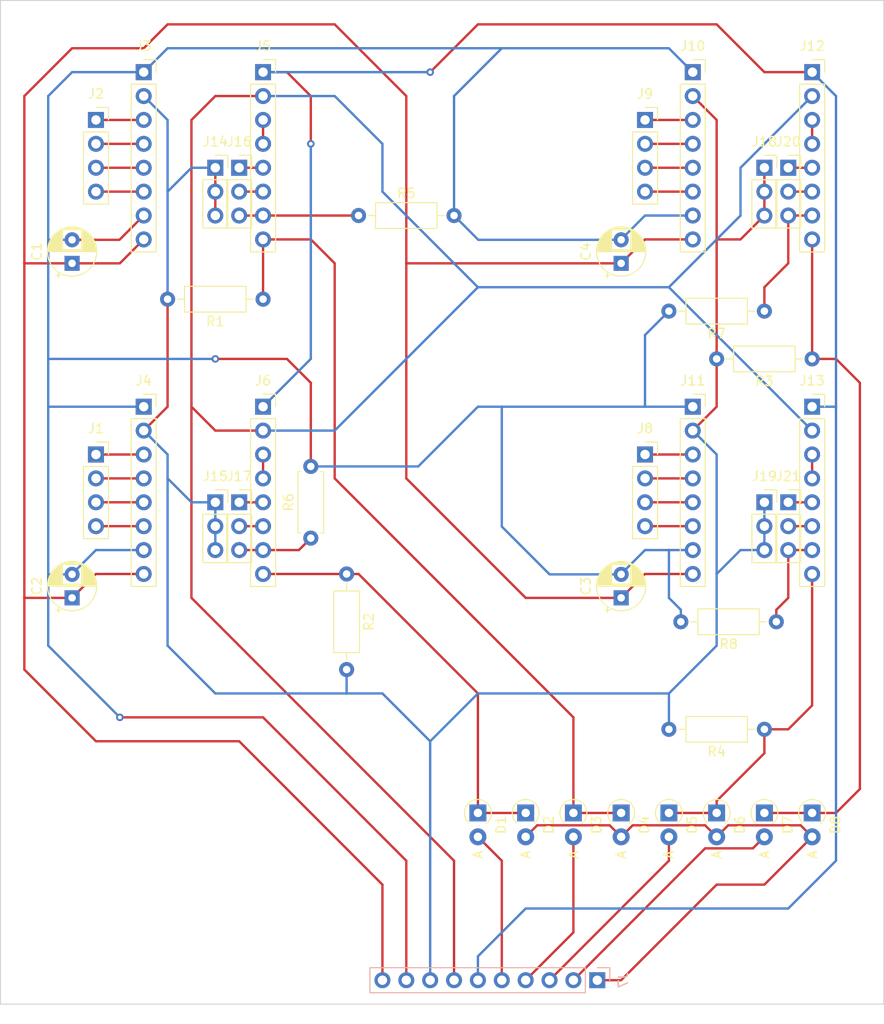
<source format=kicad_pcb>
(kicad_pcb (version 20211014) (generator pcbnew)
  (layers (0 "F.Cu" signal) (31 "B.Cu" signal) (34 "B.Paste" user) (35 "F.Paste" user) (36 "B.SilkS" user "B.Silkscreen") (37 "F.SilkS" user "F.Silkscreen") (38 "B.Mask" user) (39 "F.Mask" user) (44 "Edge.Cuts" user))
  (net 0 "")
  (net 1 "12V")
  (net 2 "GND")
  (net 3 "Net-(D1-Pad1)")
  (net 4 "Enable1")
  (net 5 "EnableAll")
  (net 6 "Net-(J5-Pad8)")
  (net 7 "Enable2")
  (net 8 "Net-(D5-Pad1)")
  (net 9 "Enable3")
  (net 10 "Net-(D7-Pad1)")
  (net 11 "Enable4")
  (net 12 "Net-(J1-Pad1)")
  (net 13 "Net-(J4-Pad4)")
  (net 14 "Net-(J1-Pad3)")
  (net 15 "Net-(J1-Pad4)")
  (net 16 "Net-(J2-Pad1)")
  (net 17 "Net-(J2-Pad2)")
  (net 18 "Net-(J2-Pad3)")
  (net 19 "Net-(J2-Pad4)")
  (net 20 "3.3V")
  (net 21 "Dir")
  (net 22 "Step")
  (net 23 "Net-(J5-Pad3)")
  (net 24 "Net-(J5-Pad5)")
  (net 25 "Net-(J16-Pad2)")
  (net 26 "Net-(J16-Pad3)")
  (net 27 "Net-(J6-Pad3)")
  (net 28 "Net-(J17-Pad1)")
  (net 29 "Net-(J17-Pad2)")
  (net 30 "Net-(J17-Pad3)")
  (net 31 "Net-(J11-Pad3)")
  (net 32 "Net-(J11-Pad4)")
  (net 33 "Net-(J11-Pad5)")
  (net 34 "Net-(J11-Pad6)")
  (net 35 "Net-(J10-Pad3)")
  (net 36 "Net-(J10-Pad4)")
  (net 37 "Net-(J10-Pad5)")
  (net 38 "Net-(J10-Pad6)")
  (net 39 "Net-(J12-Pad3)")
  (net 40 "Net-(J12-Pad5)")
  (net 41 "Net-(J12-Pad6)")
  (net 42 "Net-(J12-Pad7)")
  (net 43 "Net-(J13-Pad3)")
  (net 44 "Net-(J13-Pad5)")
  (net 45 "Net-(J13-Pad6)")
  (net 46 "Net-(J13-Pad7)")
  (footprint "Connector_PinSocket_2.54mm:PinSocket_1x08_P2.54mm_Vertical" (layer "F.Cu") (at 157.48 101.6)
    (fp_text reference "J13" (at 0 -2.77) (layer "F.SilkS"))
    (fp_text value "Conn_01x08")
    (pad "1" thru_hole rect (at 0 0) (size 1.7 1.7) (drill 1) (layers *.Cu *.Mask) (net 21 "Dir"))
    (pad "2" thru_hole oval (at 0 2.54) (size 1.7 1.7) (drill 1) (layers *.Cu *.Mask) (net 22 "Step"))
    (pad "3" thru_hole oval (at 0 5.08) (size 1.7 1.7) (drill 1) (layers *.Cu *.Mask) (net 43 "Net-(J13-Pad3)"))
    (pad "4" thru_hole oval (at 0 7.62) (size 1.7 1.7) (drill 1) (layers *.Cu *.Mask) (net 43 "Net-(J13-Pad3)"))
    (pad "5" thru_hole oval (at 0 10.16) (size 1.7 1.7) (drill 1) (layers *.Cu *.Mask) (net 44 "Net-(J13-Pad5)"))
    (pad "6" thru_hole oval (at 0 12.7) (size 1.7 1.7) (drill 1) (layers *.Cu *.Mask) (net 45 "Net-(J13-Pad6)"))
    (pad "7" thru_hole oval (at 0 15.24) (size 1.7 1.7) (drill 1) (layers *.Cu *.Mask) (net 46 "Net-(J13-Pad7)"))
    (pad "8" thru_hole oval (at 0 17.78) (size 1.7 1.7) (drill 1) (layers *.Cu *.Mask) (net 8 "Net-(D5-Pad1)"))
  )
  (footprint "Resistor_THT:R_Axial_DIN0207_L6.3mm_D2.5mm_P10.16mm_Horizontal" (layer "F.Cu") (at 152.4 91.44 180)
    (fp_text reference "R7" (at 5.08 -2.37) (layer "F.SilkS"))
    (fp_text value "R_Small_US")
    (pad "1" thru_hole circle (at 0 0 180) (size 1.6 1.6) (drill 0.8) (layers *.Cu *.Mask) (net 42 "Net-(J12-Pad7)"))
    (pad "2" thru_hole oval (at 10.16 0 180) (size 1.6 1.6) (drill 0.8) (layers *.Cu *.Mask) (net 2 "GND"))
  )
  (footprint "Capacitor_THT:CP_Radial_D5.0mm_P2.50mm" (layer "F.Cu") (at 137.16 86.36 90)
    (fp_text reference "C4" (at 1.25 -3.75 90) (layer "F.SilkS"))
    (fp_text value "CP_Small")
    (pad "1" thru_hole rect (at 0 0 90) (size 1.6 1.6) (drill 0.8) (layers *.Cu *.Mask) (net 1 "12V"))
    (pad "2" thru_hole circle (at 2.5 0 90) (size 1.6 1.6) (drill 0.8) (layers *.Cu *.Mask) (net 2 "GND"))
  )
  (footprint "Diode_THT:D_A-405_P2.54mm_Vertical_AnodeUp" (layer "F.Cu") (at 121.92 144.78 -90)
    (fp_text reference "D1" (at 1.27 -2.47 90) (layer "F.SilkS"))
    (fp_text value "D" hide)
    (fp_text user "A" (at 4.44 0 90) (layer "F.SilkS"))
    (pad "1" thru_hole rect (at 0 0 270) (size 1.8 1.8) (drill 0.9) (layers *.Cu *.Mask) (net 3 "Net-(D1-Pad1)"))
    (pad "2" thru_hole oval (at 2.54 0 270) (size 1.8 1.8) (drill 0.9) (layers *.Cu *.Mask) (net 4 "Enable1"))
  )
  (footprint "Resistor_THT:R_Axial_DIN0207_L6.3mm_D2.5mm_P10.16mm_Horizontal" (layer "F.Cu") (at 153.67 124.46 180)
    (fp_text reference "R8" (at 5.08 -2.37) (layer "F.SilkS"))
    (fp_text value "R_Small_US")
    (pad "1" thru_hole circle (at 0 0 180) (size 1.6 1.6) (drill 0.8) (layers *.Cu *.Mask) (net 46 "Net-(J13-Pad7)"))
    (pad "2" thru_hole oval (at 10.16 0 180) (size 1.6 1.6) (drill 0.8) (layers *.Cu *.Mask) (net 2 "GND"))
  )
  (footprint "Connector_PinSocket_2.54mm:PinSocket_1x03_P2.54mm_Vertical" (layer "F.Cu") (at 154.94 111.76)
    (fp_text reference "J21" (at 0 -2.77) (layer "F.SilkS"))
    (fp_text value "Conn_01x03")
    (pad "1" thru_hole rect (at 0 0) (size 1.7 1.7) (drill 1) (layers *.Cu *.Mask) (net 44 "Net-(J13-Pad5)"))
    (pad "2" thru_hole oval (at 0 2.54) (size 1.7 1.7) (drill 1) (layers *.Cu *.Mask) (net 45 "Net-(J13-Pad6)"))
    (pad "3" thru_hole oval (at 0 5.08) (size 1.7 1.7) (drill 1) (layers *.Cu *.Mask) (net 46 "Net-(J13-Pad7)"))
  )
  (footprint "Capacitor_THT:CP_Radial_D5.0mm_P2.50mm" (layer "F.Cu") (at 78.74 86.36 90)
    (fp_text reference "C1" (at 1.25 -3.75 90) (layer "F.SilkS"))
    (fp_text value "CP_Small")
    (pad "1" thru_hole rect (at 0 0 90) (size 1.6 1.6) (drill 0.8) (layers *.Cu *.Mask) (net 1 "12V"))
    (pad "2" thru_hole circle (at 2.5 0 90) (size 1.6 1.6) (drill 0.8) (layers *.Cu *.Mask) (net 2 "GND"))
  )
  (footprint "Connector_PinSocket_2.54mm:PinSocket_1x03_P2.54mm_Vertical" (layer "F.Cu") (at 152.4 76.2)
    (fp_text reference "J18" (at 0 -2.77) (layer "F.SilkS"))
    (fp_text value "Conn_01x03")
    (pad "1" thru_hole rect (at 0 0) (size 1.7 1.7) (drill 1) (layers *.Cu *.Mask) (net 20 "3.3V"))
    (pad "2" thru_hole oval (at 0 2.54) (size 1.7 1.7) (drill 1) (layers *.Cu *.Mask) (net 20 "3.3V"))
    (pad "3" thru_hole oval (at 0 5.08) (size 1.7 1.7) (drill 1) (layers *.Cu *.Mask) (net 20 "3.3V"))
  )
  (footprint "Connector_PinSocket_2.54mm:PinSocket_1x08_P2.54mm_Vertical" (layer "F.Cu") (at 144.78 101.6)
    (fp_text reference "J11" (at 0 -2.77) (layer "F.SilkS"))
    (fp_text value "Conn_01x08")
    (pad "1" thru_hole rect (at 0 0) (size 1.7 1.7) (drill 1) (layers *.Cu *.Mask) (net 2 "GND"))
    (pad "2" thru_hole oval (at 0 2.54) (size 1.7 1.7) (drill 1) (layers *.Cu *.Mask) (net 20 "3.3V"))
    (pad "3" thru_hole oval (at 0 5.08) (size 1.7 1.7) (drill 1) (layers *.Cu *.Mask) (net 31 "Net-(J11-Pad3)"))
    (pad "4" thru_hole oval (at 0 7.62) (size 1.7 1.7) (drill 1) (layers *.Cu *.Mask) (net 32 "Net-(J11-Pad4)"))
    (pad "5" thru_hole oval (at 0 10.16) (size 1.7 1.7) (drill 1) (layers *.Cu *.Mask) (net 33 "Net-(J11-Pad5)"))
    (pad "6" thru_hole oval (at 0 12.7) (size 1.7 1.7) (drill 1) (layers *.Cu *.Mask) (net 34 "Net-(J11-Pad6)"))
    (pad "7" thru_hole oval (at 0 15.24) (size 1.7 1.7) (drill 1) (layers *.Cu *.Mask) (net 2 "GND"))
    (pad "8" thru_hole oval (at 0 17.78) (size 1.7 1.7) (drill 1) (layers *.Cu *.Mask) (net 1 "12V"))
  )
  (footprint "Diode_THT:D_A-405_P2.54mm_Vertical_AnodeUp" (layer "F.Cu") (at 142.24 144.78 -90)
    (fp_text reference "D5" (at 1.27 -2.47 90) (layer "F.SilkS"))
    (fp_text value "D" hide)
    (fp_text user "A" (at 4.44 0 90) (layer "F.SilkS"))
    (pad "1" thru_hole rect (at 0 0 270) (size 1.8 1.8) (drill 0.9) (layers *.Cu *.Mask) (net 8 "Net-(D5-Pad1)"))
    (pad "2" thru_hole oval (at 2.54 0 270) (size 1.8 1.8) (drill 0.9) (layers *.Cu *.Mask) (net 9 "Enable3"))
  )
  (footprint "Diode_THT:D_A-405_P2.54mm_Vertical_AnodeUp" (layer "F.Cu") (at 152.4 144.78 -90)
    (fp_text reference "D7" (at 1.27 -2.47 90) (layer "F.SilkS"))
    (fp_text value "D" hide)
    (fp_text user "A" (at 4.44 0 90) (layer "F.SilkS"))
    (pad "1" thru_hole rect (at 0 0 270) (size 1.8 1.8) (drill 0.9) (layers *.Cu *.Mask) (net 10 "Net-(D7-Pad1)"))
    (pad "2" thru_hole oval (at 2.54 0 270) (size 1.8 1.8) (drill 0.9) (layers *.Cu *.Mask) (net 11 "Enable4"))
  )
  (footprint "Diode_THT:D_A-405_P2.54mm_Vertical_AnodeUp" (layer "F.Cu") (at 127 144.78 -90)
    (fp_text reference "D2" (at 1.27 -2.47 90) (layer "F.SilkS"))
    (fp_text value "D" hide)
    (fp_text user "A" (at 4.44 0 90) (layer "F.SilkS"))
    (pad "1" thru_hole rect (at 0 0 270) (size 1.8 1.8) (drill 0.9) (layers *.Cu *.Mask) (net 3 "Net-(D1-Pad1)"))
    (pad "2" thru_hole oval (at 2.54 0 270) (size 1.8 1.8) (drill 0.9) (layers *.Cu *.Mask) (net 5 "EnableAll"))
  )
  (footprint "Connector_PinSocket_2.54mm:PinSocket_1x03_P2.54mm_Vertical" (layer "F.Cu") (at 96.52 111.76)
    (fp_text reference "J17" (at 0 -2.77) (layer "F.SilkS"))
    (fp_text value "Conn_01x03")
    (pad "1" thru_hole rect (at 0 0) (size 1.7 1.7) (drill 1) (layers *.Cu *.Mask) (net 28 "Net-(J17-Pad1)"))
    (pad "2" thru_hole oval (at 0 2.54) (size 1.7 1.7) (drill 1) (layers *.Cu *.Mask) (net 29 "Net-(J17-Pad2)"))
    (pad "3" thru_hole oval (at 0 5.08) (size 1.7 1.7) (drill 1) (layers *.Cu *.Mask) (net 30 "Net-(J17-Pad3)"))
  )
  (footprint "Connector_PinSocket_2.54mm:PinSocket_1x03_P2.54mm_Vertical" (layer "F.Cu") (at 93.98 76.2)
    (fp_text reference "J14" (at 0 -2.77) (layer "F.SilkS"))
    (fp_text value "Conn_01x03")
    (pad "1" thru_hole rect (at 0 0) (size 1.7 1.7) (drill 1) (layers *.Cu *.Mask) (net 20 "3.3V"))
    (pad "2" thru_hole oval (at 0 2.54) (size 1.7 1.7) (drill 1) (layers *.Cu *.Mask) (net 20 "3.3V"))
    (pad "3" thru_hole oval (at 0 5.08) (size 1.7 1.7) (drill 1) (layers *.Cu *.Mask) (net 20 "3.3V"))
  )
  (footprint "Connector_PinSocket_2.54mm:PinSocket_1x03_P2.54mm_Vertical" (layer "F.Cu") (at 152.4 111.76)
    (fp_text reference "J19" (at 0 -2.77) (layer "F.SilkS"))
    (fp_text value "Conn_01x03")
    (pad "1" thru_hole rect (at 0 0) (size 1.7 1.7) (drill 1) (layers *.Cu *.Mask) (net 20 "3.3V"))
    (pad "2" thru_hole oval (at 0 2.54) (size 1.7 1.7) (drill 1) (layers *.Cu *.Mask) (net 20 "3.3V"))
    (pad "3" thru_hole oval (at 0 5.08) (size 1.7 1.7) (drill 1) (layers *.Cu *.Mask) (net 20 "3.3V"))
  )
  (footprint "Capacitor_THT:CP_Radial_D5.0mm_P2.50mm" (layer "F.Cu") (at 78.74 121.92 90)
    (fp_text reference "C2" (at 1.25 -3.75 90) (layer "F.SilkS"))
    (fp_text value "CP_Small")
    (pad "1" thru_hole rect (at 0 0 90) (size 1.6 1.6) (drill 0.8) (layers *.Cu *.Mask) (net 1 "12V"))
    (pad "2" thru_hole circle (at 2.5 0 90) (size 1.6 1.6) (drill 0.8) (layers *.Cu *.Mask) (net 2 "GND"))
  )
  (footprint "Connector_PinSocket_2.54mm:PinSocket_1x08_P2.54mm_Vertical" (layer "F.Cu") (at 86.36 101.6)
    (fp_text reference "J4" (at 0 -2.77) (layer "F.SilkS"))
    (fp_text value "Conn_01x08")
    (pad "1" thru_hole rect (at 0 0) (size 1.7 1.7) (drill 1) (layers *.Cu *.Mask) (net 2 "GND"))
    (pad "2" thru_hole oval (at 0 2.54) (size 1.7 1.7) (drill 1) (layers *.Cu *.Mask) (net 20 "3.3V"))
    (pad "3" thru_hole oval (at 0 5.08) (size 1.7 1.7) (drill 1) (layers *.Cu *.Mask) (net 12 "Net-(J1-Pad1)"))
    (pad "4" thru_hole oval (at 0 7.62) (size 1.7 1.7) (drill 1) (layers *.Cu *.Mask) (net 13 "Net-(J4-Pad4)"))
    (pad "5" thru_hole oval (at 0 10.16) (size 1.7 1.7) (drill 1) (layers *.Cu *.Mask) (net 14 "Net-(J1-Pad3)"))
    (pad "6" thru_hole oval (at 0 12.7) (size 1.7 1.7) (drill 1) (layers *.Cu *.Mask) (net 15 "Net-(J1-Pad4)"))
    (pad "7" thru_hole oval (at 0 15.24) (size 1.7 1.7) (drill 1) (layers *.Cu *.Mask) (net 2 "GND"))
    (pad "8" thru_hole oval (at 0 17.78) (size 1.7 1.7) (drill 1) (layers *.Cu *.Mask) (net 1 "12V"))
  )
  (footprint "Connector_PinSocket_2.54mm:PinSocket_1x08_P2.54mm_Vertical" (layer "F.Cu") (at 86.36 66.04)
    (fp_text reference "J3" (at 0 -2.77) (layer "F.SilkS"))
    (fp_text value "Conn_01x08")
    (pad "1" thru_hole rect (at 0 0) (size 1.7 1.7) (drill 1) (layers *.Cu *.Mask) (net 2 "GND"))
    (pad "2" thru_hole oval (at 0 2.54) (size 1.7 1.7) (drill 1) (layers *.Cu *.Mask) (net 20 "3.3V"))
    (pad "3" thru_hole oval (at 0 5.08) (size 1.7 1.7) (drill 1) (layers *.Cu *.Mask) (net 16 "Net-(J2-Pad1)"))
    (pad "4" thru_hole oval (at 0 7.62) (size 1.7 1.7) (drill 1) (layers *.Cu *.Mask) (net 17 "Net-(J2-Pad2)"))
    (pad "5" thru_hole oval (at 0 10.16) (size 1.7 1.7) (drill 1) (layers *.Cu *.Mask) (net 18 "Net-(J2-Pad3)"))
    (pad "6" thru_hole oval (at 0 12.7) (size 1.7 1.7) (drill 1) (layers *.Cu *.Mask) (net 19 "Net-(J2-Pad4)"))
    (pad "7" thru_hole oval (at 0 15.24) (size 1.7 1.7) (drill 1) (layers *.Cu *.Mask) (net 2 "GND"))
    (pad "8" thru_hole oval (at 0 17.78) (size 1.7 1.7) (drill 1) (layers *.Cu *.Mask) (net 1 "12V"))
  )
  (footprint "Resistor_THT:R_Axial_DIN0207_L6.3mm_D2.5mm_P7.62mm_Horizontal" (layer "F.Cu") (at 104.14 115.57 90)
    (fp_text reference "R6" (at 3.81 -2.37 90) (layer "F.SilkS"))
    (fp_text value "R_Small_US")
    (pad "1" thru_hole circle (at 0 0 90) (size 1.6 1.6) (drill 0.8) (layers *.Cu *.Mask) (net 30 "Net-(J17-Pad3)"))
    (pad "2" thru_hole oval (at 7.62 0 90) (size 1.6 1.6) (drill 0.8) (layers *.Cu *.Mask) (net 2 "GND"))
  )
  (footprint "Connector_PinSocket_2.54mm:PinSocket_1x08_P2.54mm_Vertical" (layer "F.Cu") (at 157.48 66.04)
    (fp_text reference "J12" (at 0 -2.77) (layer "F.SilkS"))
    (fp_text value "Conn_01x08")
    (pad "1" thru_hole rect (at 0 0) (size 1.7 1.7) (drill 1) (layers *.Cu *.Mask) (net 21 "Dir"))
    (pad "2" thru_hole oval (at 0 2.54) (size 1.7 1.7) (drill 1) (layers *.Cu *.Mask) (net 22 "Step"))
    (pad "3" thru_hole oval (at 0 5.08) (size 1.7 1.7) (drill 1) (layers *.Cu *.Mask) (net 39 "Net-(J12-Pad3)"))
    (pad "4" thru_hole oval (at 0 7.62) (size 1.7 1.7) (drill 1) (layers *.Cu *.Mask) (net 39 "Net-(J12-Pad3)"))
    (pad "5" thru_hole oval (at 0 10.16) (size 1.7 1.7) (drill 1) (layers *.Cu *.Mask) (net 40 "Net-(J12-Pad5)"))
    (pad "6" thru_hole oval (at 0 12.7) (size 1.7 1.7) (drill 1) (layers *.Cu *.Mask) (net 41 "Net-(J12-Pad6)"))
    (pad "7" thru_hole oval (at 0 15.24) (size 1.7 1.7) (drill 1) (layers *.Cu *.Mask) (net 42 "Net-(J12-Pad7)"))
    (pad "8" thru_hole oval (at 0 17.78) (size 1.7 1.7) (drill 1) (layers *.Cu *.Mask) (net 10 "Net-(D7-Pad1)"))
  )
  (footprint "Connector_PinSocket_2.54mm:PinSocket_1x08_P2.54mm_Vertical" (layer "F.Cu") (at 99.06 66.04)
    (fp_text reference "J5" (at 0 -2.77) (layer "F.SilkS"))
    (fp_text value "Conn_01x08")
    (pad "1" thru_hole rect (at 0 0) (size 1.7 1.7) (drill 1) (layers *.Cu *.Mask) (net 21 "Dir"))
    (pad "2" thru_hole oval (at 0 2.54) (size 1.7 1.7) (drill 1) (layers *.Cu *.Mask) (net 22 "Step"))
    (pad "3" thru_hole oval (at 0 5.08) (size 1.7 1.7) (drill 1) (layers *.Cu *.Mask) (net 23 "Net-(J5-Pad3)"))
    (pad "4" thru_hole oval (at 0 7.62) (size 1.7 1.7) (drill 1) (layers *.Cu *.Mask) (net 23 "Net-(J5-Pad3)"))
    (pad "5" thru_hole oval (at 0 10.16) (size 1.7 1.7) (drill 1) (layers *.Cu *.Mask) (net 24 "Net-(J5-Pad5)"))
    (pad "6" thru_hole oval (at 0 12.7) (size 1.7 1.7) (drill 1) (layers *.Cu *.Mask) (net 25 "Net-(J16-Pad2)"))
    (pad "7" thru_hole oval (at 0 15.24) (size 1.7 1.7) (drill 1) (layers *.Cu *.Mask) (net 26 "Net-(J16-Pad3)"))
    (pad "8" thru_hole oval (at 0 17.78) (size 1.7 1.7) (drill 1) (layers *.Cu *.Mask) (net 6 "Net-(J5-Pad8)"))
  )
  (footprint "Diode_THT:D_A-405_P2.54mm_Vertical_AnodeUp" (layer "F.Cu") (at 137.16 144.78 -90)
    (fp_text reference "D4" (at 1.27 -2.47 90) (layer "F.SilkS"))
    (fp_text value "D" hide)
    (fp_text user "A" (at 4.44 0 90) (layer "F.SilkS"))
    (pad "1" thru_hole rect (at 0 0 270) (size 1.8 1.8) (drill 0.9) (layers *.Cu *.Mask) (net 6 "Net-(J5-Pad8)"))
    (pad "2" thru_hole oval (at 2.54 0 270) (size 1.8 1.8) (drill 0.9) (layers *.Cu *.Mask) (net 5 "EnableAll"))
  )
  (footprint "Connector_PinSocket_2.54mm:PinSocket_1x04_P2.54mm_Vertical" (layer "F.Cu") (at 81.28 71.12)
    (fp_text reference "J2" (at 0 -2.77) (layer "F.SilkS"))
    (fp_text value "Conn_01x04_Male")
    (pad "1" thru_hole rect (at 0 0) (size 1.7 1.7) (drill 1) (layers *.Cu *.Mask) (net 16 "Net-(J2-Pad1)"))
    (pad "2" thru_hole oval (at 0 2.54) (size 1.7 1.7) (drill 1) (layers *.Cu *.Mask) (net 17 "Net-(J2-Pad2)"))
    (pad "3" thru_hole oval (at 0 5.08) (size 1.7 1.7) (drill 1) (layers *.Cu *.Mask) (net 18 "Net-(J2-Pad3)"))
    (pad "4" thru_hole oval (at 0 7.62) (size 1.7 1.7) (drill 1) (layers *.Cu *.Mask) (net 19 "Net-(J2-Pad4)"))
  )
  (footprint "Resistor_THT:R_Axial_DIN0207_L6.3mm_D2.5mm_P10.16mm_Horizontal" (layer "F.Cu") (at 107.95 119.38 -90)
    (fp_text reference "R2" (at 5.08 -2.37 -90) (layer "F.SilkS"))
    (fp_text value "R_Small_US")
    (pad "1" thru_hole circle (at 0 0 270) (size 1.6 1.6) (drill 0.8) (layers *.Cu *.Mask) (net 3 "Net-(D1-Pad1)"))
    (pad "2" thru_hole oval (at 10.16 0 270) (size 1.6 1.6) (drill 0.8) (layers *.Cu *.Mask) (net 20 "3.3V"))
  )
  (footprint "Connector_PinSocket_2.54mm:PinSocket_1x04_P2.54mm_Vertical" (layer "F.Cu") (at 139.7 106.68)
    (fp_text reference "J8" (at 0 -2.77) (layer "F.SilkS"))
    (fp_text value "Conn_01x04_Male")
    (pad "1" thru_hole rect (at 0 0) (size 1.7 1.7) (drill 1) (layers *.Cu *.Mask) (net 31 "Net-(J11-Pad3)"))
    (pad "2" thru_hole oval (at 0 2.54) (size 1.7 1.7) (drill 1) (layers *.Cu *.Mask) (net 32 "Net-(J11-Pad4)"))
    (pad "3" thru_hole oval (at 0 5.08) (size 1.7 1.7) (drill 1) (layers *.Cu *.Mask) (net 33 "Net-(J11-Pad5)"))
    (pad "4" thru_hole oval (at 0 7.62) (size 1.7 1.7) (drill 1) (layers *.Cu *.Mask) (net 34 "Net-(J11-Pad6)"))
  )
  (footprint "Diode_THT:D_A-405_P2.54mm_Vertical_AnodeUp" (layer "F.Cu") (at 147.32 144.78 -90)
    (fp_text reference "D6" (at 1.27 -2.47 90) (layer "F.SilkS"))
    (fp_text value "D" hide)
    (fp_text user "A" (at 4.44 0 90) (layer "F.SilkS"))
    (pad "1" thru_hole rect (at 0 0 270) (size 1.8 1.8) (drill 0.9) (layers *.Cu *.Mask) (net 8 "Net-(D5-Pad1)"))
    (pad "2" thru_hole oval (at 2.54 0 270) (size 1.8 1.8) (drill 0.9) (layers *.Cu *.Mask) (net 5 "EnableAll"))
  )
  (footprint "Connector_PinSocket_2.54mm:PinSocket_1x03_P2.54mm_Vertical" (layer "F.Cu") (at 93.98 111.76)
    (fp_text reference "J15" (at 0 -2.77) (layer "F.SilkS"))
    (fp_text value "Conn_01x03")
    (pad "1" thru_hole rect (at 0 0) (size 1.7 1.7) (drill 1) (layers *.Cu *.Mask) (net 20 "3.3V"))
    (pad "2" thru_hole oval (at 0 2.54) (size 1.7 1.7) (drill 1) (layers *.Cu *.Mask) (net 20 "3.3V"))
    (pad "3" thru_hole oval (at 0 5.08) (size 1.7 1.7) (drill 1) (layers *.Cu *.Mask) (net 20 "3.3V"))
  )
  (footprint "Connector_PinSocket_2.54mm:PinSocket_1x03_P2.54mm_Vertical" (layer "F.Cu") (at 154.94 76.2)
    (fp_text reference "J20" (at 0 -2.77) (layer "F.SilkS"))
    (fp_text value "Conn_01x03")
    (pad "1" thru_hole rect (at 0 0) (size 1.7 1.7) (drill 1) (layers *.Cu *.Mask) (net 40 "Net-(J12-Pad5)"))
    (pad "2" thru_hole oval (at 0 2.54) (size 1.7 1.7) (drill 1) (layers *.Cu *.Mask) (net 41 "Net-(J12-Pad6)"))
    (pad "3" thru_hole oval (at 0 5.08) (size 1.7 1.7) (drill 1) (layers *.Cu *.Mask) (net 42 "Net-(J12-Pad7)"))
  )
  (footprint "Connector_PinSocket_2.54mm:PinSocket_1x04_P2.54mm_Vertical" (layer "F.Cu") (at 81.28 106.68)
    (fp_text reference "J1" (at 0 -2.77) (layer "F.SilkS"))
    (fp_text value "Conn_01x04_Male")
    (pad "1" thru_hole rect (at 0 0) (size 1.7 1.7) (drill 1) (layers *.Cu *.Mask) (net 12 "Net-(J1-Pad1)"))
    (pad "2" thru_hole oval (at 0 2.54) (size 1.7 1.7) (drill 1) (layers *.Cu *.Mask) (net 13 "Net-(J4-Pad4)"))
    (pad "3" thru_hole oval (at 0 5.08) (size 1.7 1.7) (drill 1) (layers *.Cu *.Mask) (net 14 "Net-(J1-Pad3)"))
    (pad "4" thru_hole oval (at 0 7.62) (size 1.7 1.7) (drill 1) (layers *.Cu *.Mask) (net 15 "Net-(J1-Pad4)"))
  )
  (footprint "Resistor_THT:R_Axial_DIN0207_L6.3mm_D2.5mm_P10.16mm_Horizontal" (layer "F.Cu") (at 157.48 96.52 180)
    (fp_text reference "R3" (at 5.08 -2.37) (layer "F.SilkS"))
    (fp_text value "R_Small_US")
    (pad "1" thru_hole circle (at 0 0 180) (size 1.6 1.6) (drill 0.8) (layers *.Cu *.Mask) (net 10 "Net-(D7-Pad1)"))
    (pad "2" thru_hole oval (at 10.16 0 180) (size 1.6 1.6) (drill 0.8) (layers *.Cu *.Mask) (net 20 "3.3V"))
  )
  (footprint "Connector_PinSocket_2.54mm:PinSocket_1x03_P2.54mm_Vertical" (layer "F.Cu") (at 96.52 76.2)
    (fp_text reference "J16" (at 0 -2.77) (layer "F.SilkS"))
    (fp_text value "Conn_01x03")
    (pad "1" thru_hole rect (at 0 0) (size 1.7 1.7) (drill 1) (layers *.Cu *.Mask) (net 24 "Net-(J5-Pad5)"))
    (pad "2" thru_hole oval (at 0 2.54) (size 1.7 1.7) (drill 1) (layers *.Cu *.Mask) (net 25 "Net-(J16-Pad2)"))
    (pad "3" thru_hole oval (at 0 5.08) (size 1.7 1.7) (drill 1) (layers *.Cu *.Mask) (net 26 "Net-(J16-Pad3)"))
  )
  (footprint "Resistor_THT:R_Axial_DIN0207_L6.3mm_D2.5mm_P10.16mm_Horizontal" (layer "F.Cu") (at 152.4 135.89 180)
    (fp_text reference "R4" (at 5.08 -2.37) (layer "F.SilkS"))
    (fp_text value "R_Small_US")
    (pad "1" thru_hole circle (at 0 0 180) (size 1.6 1.6) (drill 0.8) (layers *.Cu *.Mask) (net 8 "Net-(D5-Pad1)"))
    (pad "2" thru_hole oval (at 10.16 0 180) (size 1.6 1.6) (drill 0.8) (layers *.Cu *.Mask) (net 20 "3.3V"))
  )
  (footprint "Resistor_THT:R_Axial_DIN0207_L6.3mm_D2.5mm_P10.16mm_Horizontal" (layer "F.Cu") (at 109.22 81.28)
    (fp_text reference "R5" (at 5.08 -2.37) (layer "F.SilkS"))
    (fp_text value "R_Small_US")
    (pad "1" thru_hole circle (at 0 0) (size 1.6 1.6) (drill 0.8) (layers *.Cu *.Mask) (net 26 "Net-(J16-Pad3)"))
    (pad "2" thru_hole oval (at 10.16 0) (size 1.6 1.6) (drill 0.8) (layers *.Cu *.Mask) (net 2 "GND"))
  )
  (footprint "Capacitor_THT:CP_Radial_D5.0mm_P2.50mm" (layer "F.Cu") (at 137.16 121.92 90)
    (fp_text reference "C3" (at 1.25 -3.75 90) (layer "F.SilkS"))
    (fp_text value "CP_Small")
    (pad "1" thru_hole rect (at 0 0 90) (size 1.6 1.6) (drill 0.8) (layers *.Cu *.Mask) (net 1 "12V"))
    (pad "2" thru_hole circle (at 2.5 0 90) (size 1.6 1.6) (drill 0.8) (layers *.Cu *.Mask) (net 2 "GND"))
  )
  (footprint "Diode_THT:D_A-405_P2.54mm_Vertical_AnodeUp" (layer "F.Cu") (at 132.08 144.78 -90)
    (fp_text reference "D3" (at 1.27 -2.47 90) (layer "F.SilkS"))
    (fp_text value "D" hide)
    (fp_text user "A" (at 4.44 0 90) (layer "F.SilkS"))
    (pad "1" thru_hole rect (at 0 0 270) (size 1.8 1.8) (drill 0.9) (layers *.Cu *.Mask) (net 6 "Net-(J5-Pad8)"))
    (pad "2" thru_hole oval (at 2.54 0 270) (size 1.8 1.8) (drill 0.9) (layers *.Cu *.Mask) (net 7 "Enable2"))
  )
  (footprint "Connector_PinSocket_2.54mm:PinSocket_1x08_P2.54mm_Vertical" (layer "F.Cu") (at 99.06 101.6)
    (fp_text reference "J6" (at 0 -2.77) (layer "F.SilkS"))
    (fp_text value "Conn_01x08")
    (pad "1" thru_hole rect (at 0 0) (size 1.7 1.7) (drill 1) (layers *.Cu *.Mask) (net 21 "Dir"))
    (pad "2" thru_hole oval (at 0 2.54) (size 1.7 1.7) (drill 1) (layers *.Cu *.Mask) (net 22 "Step"))
    (pad "3" thru_hole oval (at 0 5.08) (size 1.7 1.7) (drill 1) (layers *.Cu *.Mask) (net 27 "Net-(J6-Pad3)"))
    (pad "4" thru_hole oval (at 0 7.62) (size 1.7 1.7) (drill 1) (layers *.Cu *.Mask) (net 27 "Net-(J6-Pad3)"))
    (pad "5" thru_hole oval (at 0 10.16) (size 1.7 1.7) (drill 1) (layers *.Cu *.Mask) (net 28 "Net-(J17-Pad1)"))
    (pad "6" thru_hole oval (at 0 12.7) (size 1.7 1.7) (drill 1) (layers *.Cu *.Mask) (net 29 "Net-(J17-Pad2)"))
    (pad "7" thru_hole oval (at 0 15.24) (size 1.7 1.7) (drill 1) (layers *.Cu *.Mask) (net 30 "Net-(J17-Pad3)"))
    (pad "8" thru_hole oval (at 0 17.78) (size 1.7 1.7) (drill 1) (layers *.Cu *.Mask) (net 3 "Net-(D1-Pad1)"))
  )
  (footprint "Connector_PinSocket_2.54mm:PinSocket_1x08_P2.54mm_Vertical" (layer "F.Cu") (at 144.78 66.04)
    (fp_text reference "J10" (at 0 -2.77) (layer "F.SilkS"))
    (fp_text value "Conn_01x08")
    (pad "1" thru_hole rect (at 0 0) (size 1.7 1.7) (drill 1) (layers *.Cu *.Mask) (net 2 "GND"))
    (pad "2" thru_hole oval (at 0 2.54) (size 1.7 1.7) (drill 1) (layers *.Cu *.Mask) (net 20 "3.3V"))
    (pad "3" thru_hole oval (at 0 5.08) (size 1.7 1.7) (drill 1) (layers *.Cu *.Mask) (net 35 "Net-(J10-Pad3)"))
    (pad "4" thru_hole oval (at 0 7.62) (size 1.7 1.7) (drill 1) (layers *.Cu *.Mask) (net 36 "Net-(J10-Pad4)"))
    (pad "5" thru_hole oval (at 0 10.16) (size 1.7 1.7) (drill 1) (layers *.Cu *.Mask) (net 37 "Net-(J10-Pad5)"))
    (pad "6" thru_hole oval (at 0 12.7) (size 1.7 1.7) (drill 1) (layers *.Cu *.Mask) (net 38 "Net-(J10-Pad6)"))
    (pad "7" thru_hole oval (at 0 15.24) (size 1.7 1.7) (drill 1) (layers *.Cu *.Mask) (net 2 "GND"))
    (pad "8" thru_hole oval (at 0 17.78) (size 1.7 1.7) (drill 1) (layers *.Cu *.Mask) (net 1 "12V"))
  )
  (footprint "Resistor_THT:R_Axial_DIN0207_L6.3mm_D2.5mm_P10.16mm_Horizontal" (layer "F.Cu") (at 99.06 90.17 180)
    (fp_text reference "R1" (at 5.08 -2.37 180) (layer "F.SilkS"))
    (fp_text value "R_Small_US")
    (pad "1" thru_hole circle (at 0 0 180) (size 1.6 1.6) (drill 0.8) (layers *.Cu *.Mask) (net 6 "Net-(J5-Pad8)"))
    (pad "2" thru_hole oval (at 10.16 0 180) (size 1.6 1.6) (drill 0.8) (layers *.Cu *.Mask) (net 20 "3.3V"))
  )
  (footprint "Diode_THT:D_A-405_P2.54mm_Vertical_AnodeUp" (layer "F.Cu") (at 157.48 144.78 -90)
    (fp_text reference "D8" (at 1.27 -2.47 90) (layer "F.SilkS"))
    (fp_text value "D" hide)
    (fp_text user "A" (at 4.44 0 90) (layer "F.SilkS"))
    (pad "1" thru_hole rect (at 0 0 270) (size 1.8 1.8) (drill 0.9) (layers *.Cu *.Mask) (net 10 "Net-(D7-Pad1)"))
    (pad "2" thru_hole oval (at 2.54 0 270) (size 1.8 1.8) (drill 0.9) (layers *.Cu *.Mask) (net 5 "EnableAll"))
  )
  (footprint "Connector_PinSocket_2.54mm:PinSocket_1x04_P2.54mm_Vertical" (layer "F.Cu") (at 139.7 71.12)
    (fp_text reference "J9" (at 0 -2.77) (layer "F.SilkS"))
    (fp_text value "Conn_01x04_Male")
    (pad "1" thru_hole rect (at 0 0) (size 1.7 1.7) (drill 1) (layers *.Cu *.Mask) (net 35 "Net-(J10-Pad3)"))
    (pad "2" thru_hole oval (at 0 2.54) (size 1.7 1.7) (drill 1) (layers *.Cu *.Mask) (net 36 "Net-(J10-Pad4)"))
    (pad "3" thru_hole oval (at 0 5.08) (size 1.7 1.7) (drill 1) (layers *.Cu *.Mask) (net 37 "Net-(J10-Pad5)"))
    (pad "4" thru_hole oval (at 0 7.62) (size 1.7 1.7) (drill 1) (layers *.Cu *.Mask) (net 38 "Net-(J10-Pad6)"))
  )
  (footprint "Connector_PinSocket_2.54mm:PinSocket_1x10_P2.54mm_Vertical" (layer "B.Cu") (at 134.62 162.56 90)
    (fp_text reference "J7" (at 0 2.77 90) (layer "B.SilkS") (effects (justify mirror)))
    (fp_text value "Conn_01x10")
    (pad "1" thru_hole rect (at 0 0 90) (size 1.7 1.7) (drill 1) (layers *.Cu *.Mask) (net 5 "EnableAll"))
    (pad "2" thru_hole oval (at 0 -2.54 90) (size 1.7 1.7) (drill 1) (layers *.Cu *.Mask) (net 11 "Enable4"))
    (pad "3" thru_hole oval (at 0 -5.08 90) (size 1.7 1.7) (drill 1) (layers *.Cu *.Mask) (net 9 "Enable3"))
    (pad "4" thru_hole oval (at 0 -7.62 90) (size 1.7 1.7) (drill 1) (layers *.Cu *.Mask) (net 7 "Enable2"))
    (pad "5" thru_hole oval (at 0 -10.16 90) (size 1.7 1.7) (drill 1) (layers *.Cu *.Mask) (net 4 "Enable1"))
    (pad "6" thru_hole oval (at 0 -12.7 90) (size 1.7 1.7) (drill 1) (layers *.Cu *.Mask) (net 21 "Dir"))
    (pad "7" thru_hole oval (at 0 -15.24 90) (size 1.7 1.7) (drill 1) (layers *.Cu *.Mask) (net 22 "Step"))
    (pad "8" thru_hole oval (at 0 -17.78 90) (size 1.7 1.7) (drill 1) (layers *.Cu *.Mask) (net 20 "3.3V"))
    (pad "9" thru_hole oval (at 0 -20.32 90) (size 1.7 1.7) (drill 1) (layers *.Cu *.Mask) (net 2 "GND"))
    (pad "10" thru_hole oval (at 0 -22.86 90) (size 1.7 1.7) (drill 1) (layers *.Cu *.Mask) (net 1 "12V"))
  )
  (gr_line (start 165.1 58.42) (end 71.12 58.42) (layer "Edge.Cuts") (width 0.1))
  (gr_line (start 165.1 165.1) (end 165.1 58.42) (layer "Edge.Cuts") (width 0.1))
  (gr_line (start 71.12 58.42) (end 71.12 165.1) (layer "Edge.Cuts") (width 0.1))
  (gr_line (start 165.1 165.1) (end 71.12 165.1) (layer "Edge.Cuts") (width 0.1))
  (segment (start 83.82 86.36) (end 86.36 83.82) (width 0.25) (layer "F.Cu") (net 1))
  (segment (start 114.3 86.36) (end 114.3 68.58) (width 0.25) (layer "F.Cu") (net 1))
  (segment (start 111.76 152.4) (end 96.52 137.16) (width 0.25) (layer "F.Cu") (net 1))
  (segment (start 137.16 121.92) (end 139.7 119.38) (width 0.25) (layer "F.Cu") (net 1))
  (segment (start 73.66 121.92) (end 78.74 121.92) (width 0.25) (layer "F.Cu") (net 1))
  (segment (start 106.68 60.96) (end 114.3 68.58) (width 0.25) (layer "F.Cu") (net 1))
  (segment (start 73.66 86.36) (end 73.66 68.58) (width 0.25) (layer "F.Cu") (net 1))
  (segment (start 114.3 86.36) (end 114.3 109.22) (width 0.25) (layer "F.Cu") (net 1))
  (segment (start 78.74 86.36) (end 83.82 86.36) (width 0.25) (layer "F.Cu") (net 1))
  (segment (start 96.52 137.16) (end 81.28 137.16) (width 0.25) (layer "F.Cu") (net 1))
  (segment (start 137.16 86.36) (end 139.7 83.82) (width 0.25) (layer "F.Cu") (net 1))
  (segment (start 78.74 63.5) (end 86.36 63.5) (width 0.25) (layer "F.Cu") (net 1))
  (segment (start 78.74 121.92) (end 81.28 119.38) (width 0.25) (layer "F.Cu") (net 1))
  (segment (start 127 121.92) (end 137.16 121.92) (width 0.25) (layer "F.Cu") (net 1))
  (segment (start 73.66 86.36) (end 78.74 86.36) (width 0.25) (layer "F.Cu") (net 1))
  (segment (start 73.66 121.92) (end 73.66 86.36) (width 0.25) (layer "F.Cu") (net 1))
  (segment (start 111.76 162.56) (end 111.76 152.4) (width 0.25) (layer "F.Cu") (net 1))
  (segment (start 114.3 86.36) (end 137.16 86.36) (width 0.25) (layer "F.Cu") (net 1))
  (segment (start 114.3 109.22) (end 127 121.92) (width 0.25) (layer "F.Cu") (net 1))
  (segment (start 86.36 119.38) (end 81.28 119.38) (width 0.25) (layer "F.Cu") (net 1))
  (segment (start 73.66 129.54) (end 73.66 121.92) (width 0.25) (layer "F.Cu") (net 1))
  (segment (start 81.28 137.16) (end 73.66 129.54) (width 0.25) (layer "F.Cu") (net 1))
  (segment (start 73.66 68.58) (end 78.74 63.5) (width 0.25) (layer "F.Cu") (net 1))
  (segment (start 144.78 83.82) (end 139.7 83.82) (width 0.25) (layer "F.Cu") (net 1))
  (segment (start 88.9 60.96) (end 106.68 60.96) (width 0.25) (layer "F.Cu") (net 1))
  (segment (start 86.36 63.5) (end 88.9 60.96) (width 0.25) (layer "F.Cu") (net 1))
  (segment (start 144.78 119.38) (end 139.7 119.38) (width 0.25) (layer "F.Cu") (net 1))
  (segment (start 99.06 134.62) (end 83.82 134.62) (width 0.25) (layer "F.Cu") (net 2))
  (segment (start 78.74 83.86) (end 83.78 83.86) (width 0.25) (layer "F.Cu") (net 2))
  (segment (start 114.3 162.56) (end 114.3 149.86) (width 0.25) (layer "F.Cu") (net 2))
  (segment (start 104.14 107.95) (end 104.14 99.06) (width 0.25) (layer "F.Cu") (net 2))
  (segment (start 104.14 99.06) (end 101.6 96.52) (width 0.25) (layer "F.Cu") (net 2))
  (segment (start 101.6 96.52) (end 93.98 96.52) (width 0.25) (layer "F.Cu") (net 2))
  (segment (start 83.78 83.86) (end 86.36 81.28) (width 0.25) (layer "F.Cu") (net 2))
  (segment (start 114.3 149.86) (end 99.06 134.62) (width 0.25) (layer "F.Cu") (net 2))
  (via (at 83.82 134.62) (size 0.8) (drill 0.4) (layers "F.Cu" "B.Cu") (net 2))
  (via (at 93.98 96.52) (size 0.8) (drill 0.4) (layers "F.Cu" "B.Cu") (net 2))
  (segment (start 119.38 81.28) (end 119.38 68.58) (width 0.25) (layer "B.Cu") (net 2))
  (segment (start 78.74 83.86) (end 76.24 83.86) (width 0.25) (layer "B.Cu") (net 2))
  (segment (start 86.36 66.04) (end 88.9 63.5) (width 0.25) (layer "B.Cu") (net 2))
  (segment (start 139.7 81.28) (end 144.78 81.28) (width 0.25) (layer "B.Cu") (net 2))
  (segment (start 144.78 101.6) (end 139.7 101.6) (width 0.25) (layer "B.Cu") (net 2))
  (segment (start 119.38 81.28) (end 121.96 83.86) (width 0.25) (layer "B.Cu") (net 2))
  (segment (start 137.12 83.86) (end 139.7 81.28) (width 0.25) (layer "B.Cu") (net 2))
  (segment (start 139.7 101.6) (end 121.92 101.6) (width 0.25) (layer "B.Cu") (net 2))
  (segment (start 144.78 116.84) (end 139.7 116.84) (width 0.25) (layer "B.Cu") (net 2))
  (segment (start 137.12 119.42) (end 129.54 119.42) (width 0.25) (layer "B.Cu") (net 2))
  (segment (start 83.82 134.62) (end 76.2 127) (width 0.25) (layer "B.Cu") (net 2))
  (segment (start 142.24 121.92) (end 142.24 116.84) (width 0.25) (layer "B.Cu") (net 2))
  (segment (start 115.57 107.95) (end 104.14 107.95) (width 0.25) (layer "B.Cu") (net 2))
  (segment (start 142.24 91.44) (end 139.7 93.98) (width 0.25) (layer "B.Cu") (net 2))
  (segment (start 139.7 101.6) (end 139.7 93.98) (width 0.25) (layer "B.Cu") (net 2))
  (segment (start 93.98 96.52) (end 76.2 96.52) (width 0.25) (layer "B.Cu") (net 2))
  (segment (start 76.24 83.86) (end 76.2 83.82) (width 0.25) (layer "B.Cu") (net 2))
  (segment (start 124.46 114.34) (end 124.46 101.6) (width 0.25) (layer "B.Cu") (net 2))
  (segment (start 76.2 68.58) (end 76.2 127) (width 0.25) (layer "B.Cu") (net 2))
  (segment (start 143.51 123.19) (end 142.24 121.92) (width 0.25) (layer "B.Cu") (net 2))
  (segment (start 76.2 68.58) (end 78.74 66.04) (width 0.25) (layer "B.Cu") (net 2))
  (segment (start 78.74 119.42) (end 76.24 119.42) (width 0.25) (layer "B.Cu") (net 2))
  (segment (start 121.92 101.6) (end 115.57 107.95) (width 0.25) (layer "B.Cu") (net 2))
  (segment (start 78.74 66.04) (end 86.36 66.04) (width 0.25) (layer "B.Cu") (net 2))
  (segment (start 129.54 119.42) (end 124.46 114.34) (width 0.25) (layer "B.Cu") (net 2))
  (segment (start 143.51 124.46) (end 143.51 123.19) (width 0.25) (layer "B.Cu") (net 2))
  (segment (start 119.38 68.58) (end 124.46 63.5) (width 0.25) (layer "B.Cu") (net 2))
  (segment (start 86.36 101.6) (end 76.2 101.6) (width 0.25) (layer "B.Cu") (net 2))
  (segment (start 78.7 119.42) (end 81.28 116.84) (width 0.25) (layer "B.Cu") (net 2))
  (segment (start 86.36 116.84) (end 81.28 116.84) (width 0.25) (layer "B.Cu") (net 2))
  (segment (start 121.96 83.86) (end 137.12 83.86) (width 0.25) (layer "B.Cu") (net 2))
  (segment (start 139.7 116.84) (end 137.12 119.42) (width 0.25) (layer "B.Cu") (net 2))
  (segment (start 88.9 63.5) (end 142.24 63.5) (width 0.25) (layer "B.Cu") (net 2))
  (segment (start 142.24 63.5) (end 144.78 66.04) (width 0.25) (layer "B.Cu") (net 2))
  (segment (start 121.92 144.78) (end 121.92 132.08) (width 0.25) (layer "F.Cu") (net 3))
  (segment (start 109.22 119.38) (end 121.92 132.08) (width 0.25) (layer "F.Cu") (net 3))
  (segment (start 99.06 119.38) (end 109.22 119.38) (width 0.25) (layer "F.Cu") (net 3))
  (segment (start 121.92 144.78) (end 127 144.78) (width 0.25) (layer "F.Cu") (net 3))
  (segment (start 124.46 162.56) (end 124.46 149.86) (width 0.25) (layer "F.Cu") (net 4))
  (segment (start 124.46 149.86) (end 121.92 147.32) (width 0.25) (layer "F.Cu") (net 4))
  (segment (start 147.32 147.32) (end 146.095489 146.095489) (width 0.25) (layer "F.Cu") (net 5))
  (segment (start 137.16 147.32) (end 135.935489 146.095489) (width 0.25) (layer "F.Cu") (net 5))
  (segment (start 146.095489 146.095489) (end 138.384511 146.095489) (width 0.25) (layer "F.Cu") (net 5))
  (segment (start 135.935489 146.095489) (end 128.224511 146.095489) (width 0.25) (layer "F.Cu") (net 5))
  (segment (start 148.544511 146.095489) (end 147.32 147.32) (width 0.25) (layer "F.Cu") (net 5))
  (segment (start 147.32 152.4) (end 152.4 152.4) (width 0.25) (layer "F.Cu") (net 5))
  (segment (start 134.62 162.56) (end 137.16 162.56) (width 0.25) (layer "F.Cu") (net 5))
  (segment (start 157.48 147.32) (end 156.255489 146.095489) (width 0.25) (layer "F.Cu") (net 5))
  (segment (start 156.255489 146.095489) (end 148.544511 146.095489) (width 0.25) (layer "F.Cu") (net 5))
  (segment (start 137.16 162.56) (end 147.32 152.4) (width 0.25) (layer "F.Cu") (net 5))
  (segment (start 128.224511 146.095489) (end 127 147.32) (width 0.25) (layer "F.Cu") (net 5))
  (segment (start 138.384511 146.095489) (end 137.16 147.32) (width 0.25) (layer "F.Cu") (net 5))
  (segment (start 152.4 152.4) (end 157.48 147.32) (width 0.25) (layer "F.Cu") (net 5))
  (segment (start 106.68 109.22) (end 106.68 86.36) (width 0.25) (layer "F.Cu") (net 6))
  (segment (start 132.08 134.62) (end 106.68 109.22) (width 0.25) (layer "F.Cu") (net 6))
  (segment (start 99.06 83.82) (end 99.06 90.17) (width 0.25) (layer "F.Cu") (net 6))
  (segment (start 137.16 144.78) (end 132.08 144.78) (width 0.25) (layer "F.Cu") (net 6))
  (segment (start 132.08 144.78) (end 132.08 134.62) (width 0.25) (layer "F.Cu") (net 6))
  (segment (start 104.14 83.82) (end 99.06 83.82) (width 0.25) (layer "F.Cu") (net 6))
  (segment (start 106.68 86.36) (end 104.14 83.82) (width 0.25) (layer "F.Cu") (net 6))
  (segment (start 127 162.56) (end 132.08 157.48) (width 0.25) (layer "F.Cu") (net 7))
  (segment (start 132.08 157.48) (end 132.08 147.32) (width 0.25) (layer "F.Cu") (net 7))
  (segment (start 152.4 135.89) (end 154.94 135.89) (width 0.25) (layer "F.Cu") (net 8))
  (segment (start 142.24 144.78) (end 147.32 144.78) (width 0.25) (layer "F.Cu") (net 8))
  (segment (start 157.48 133.35) (end 157.48 119.38) (width 0.25) (layer "F.Cu") (net 8))
  (segment (start 154.94 135.89) (end 157.48 133.35) (width 0.25) (layer "F.Cu") (net 8))
  (segment (start 147.32 144.78) (end 147.32 143.51) (width 0.25) (layer "F.Cu") (net 8))
  (segment (start 147.32 143.51) (end 152.4 138.43) (width 0.25) (layer "F.Cu") (net 8))
  (segment (start 152.4 138.43) (end 152.4 135.89) (width 0.25) (layer "F.Cu") (net 8))
  (segment (start 129.54 162.56) (end 142.24 149.86) (width 0.25) (layer "F.Cu") (net 9))
  (segment (start 142.24 149.86) (end 142.24 147.32) (width 0.25) (layer "F.Cu") (net 9))
  (segment (start 162.56 142.24) (end 162.56 99.06) (width 0.25) (layer "F.Cu") (net 10))
  (segment (start 160.02 96.52) (end 157.48 96.52) (width 0.25) (layer "F.Cu") (net 10))
  (segment (start 160.02 144.78) (end 162.56 142.24) (width 0.25) (layer "F.Cu") (net 10))
  (segment (start 162.56 99.06) (end 160.02 96.52) (width 0.25) (layer "F.Cu") (net 10))
  (segment (start 157.48 83.82) (end 157.48 96.52) (width 0.25) (layer "F.Cu") (net 10))
  (segment (start 157.48 144.78) (end 160.02 144.78) (width 0.25) (layer "F.Cu") (net 10))
  (segment (start 152.4 144.78) (end 157.48 144.78) (width 0.25) (layer "F.Cu") (net 10))
  (segment (start 151.175489 148.544511) (end 152.4 147.32) (width 0.25) (layer "F.Cu") (net 11))
  (segment (start 146.095489 148.544511) (end 151.175489 148.544511) (width 0.25) (layer "F.Cu") (net 11))
  (segment (start 132.08 162.56) (end 146.095489 148.544511) (width 0.25) (layer "F.Cu") (net 11))
  (segment (start 86.36 106.68) (end 81.28 106.68) (width 0.25) (layer "F.Cu") (net 12))
  (segment (start 86.36 109.22) (end 81.28 109.22) (width 0.25) (layer "F.Cu") (net 13))
  (segment (start 86.36 111.76) (end 81.28 111.76) (width 0.25) (layer "F.Cu") (net 14))
  (segment (start 86.36 114.3) (end 81.28 114.3) (width 0.25) (layer "F.Cu") (net 15))
  (segment (start 81.28 71.12) (end 86.36 71.12) (width 0.25) (layer "F.Cu") (net 16))
  (segment (start 86.36 73.66) (end 81.28 73.66) (width 0.25) (layer "F.Cu") (net 17))
  (segment (start 81.28 76.2) (end 86.36 76.2) (width 0.25) (layer "F.Cu") (net 18))
  (segment (start 86.36 78.74) (end 81.28 78.74) (width 0.25) (layer "F.Cu") (net 19))
  (segment (start 93.98 81.28) (end 93.98 78.74) (width 0.25) (layer "F.Cu") (net 20))
  (segment (start 88.9 101.6) (end 88.9 90.17) (width 0.25) (layer "F.Cu") (net 20))
  (segment (start 152.4 78.74) (end 152.4 81.28) (width 0.25) (layer "F.Cu") (net 20))
  (segment (start 93.98 76.2) (end 93.98 78.74) (width 0.25) (layer "F.Cu") (net 20))
  (segment (start 147.32 71.12) (end 144.78 68.58) (width 0.25) (layer "F.Cu") (net 20))
  (segment (start 86.36 104.14) (end 88.9 101.6) (width 0.25) (layer "F.Cu") (net 20))
  (segment (start 147.32 96.52) (end 147.32 71.12) (width 0.25) (layer "F.Cu") (net 20))
  (segment (start 144.78 104.14) (end 147.32 101.6) (width 0.25) (layer "F.Cu") (net 20))
  (segment (start 152.4 81.28) (end 149.86 83.82) (width 0.25) (layer "F.Cu") (net 20))
  (segment (start 149.86 83.82) (end 147.32 83.82) (width 0.25) (layer "F.Cu") (net 20))
  (segment (start 152.4 76.2) (end 152.4 78.74) (width 0.25) (layer "F.Cu") (net 20))
  (segment (start 147.32 101.6) (end 147.32 96.52) (width 0.25) (layer "F.Cu") (net 20))
  (segment (start 88.9 106.68) (end 86.36 104.14) (width 0.25) (layer "B.Cu") (net 20))
  (segment (start 116.84 137.16) (end 111.76 132.08) (width 0.25) (layer "B.Cu") (net 20))
  (segment (start 147.32 127) (end 147.32 119.38) (width 0.25) (layer "B.Cu") (net 20))
  (segment (start 111.76 132.08) (end 107.95 132.08) (width 0.25) (layer "B.Cu") (net 20))
  (segment (start 91.44 111.76) (end 88.9 109.22) (width 0.25) (layer "B.Cu") (net 20))
  (segment (start 88.9 71.12) (end 86.36 68.58) (width 0.25) (layer "B.Cu") (net 20))
  (segment (start 107.95 132.08) (end 93.98 132.08) (width 0.25) (layer "B.Cu") (net 20))
  (segment (start 88.9 90.17) (end 88.9 71.12) (width 0.25) (layer "B.Cu") (net 20))
  (segment (start 93.98 111.76) (end 91.44 111.76) (width 0.25) (layer "B.Cu") (net 20))
  (segment (start 147.32 119.38) (end 147.32 106.68) (width 0.25) (layer "B.Cu") (net 20))
  (segment (start 116.84 137.16) (end 121.92 132.08) (width 0.25) (layer "B.Cu") (net 20))
  (segment (start 116.84 162.56) (end 116.84 152.4) (width 0.25) (layer "B.Cu") (net 20))
  (segment (start 142.24 132.08) (end 147.32 127) (width 0.25) (layer "B.Cu") (net 20))
  (segment (start 93.98 114.3) (end 93.98 111.76) (width 0.25) (layer "B.Cu") (net 20))
  (segment (start 93.98 76.2) (end 91.44 76.2) (width 0.25) (layer "B.Cu") (net 20))
  (segment (start 149.86 116.84) (end 147.32 119.38) (width 0.25) (layer "B.Cu") (net 20))
  (segment (start 147.32 106.68) (end 144.78 104.14) (width 0.25) (layer "B.Cu") (net 20))
  (segment (start 88.9 127) (end 88.9 106.68) (width 0.25) (layer "B.Cu") (net 20))
  (segment (start 121.92 132.08) (end 142.24 132.08) (width 0.25) (layer "B.Cu") (net 20))
  (segment (start 116.84 152.4) (end 116.84 137.16) (width 0.25) (layer "B.Cu") (net 20))
  (segment (start 152.4 116.84) (end 152.4 114.3) (width 0.25) (layer "B.Cu") (net 20))
  (segment (start 152.4 111.76) (end 152.4 114.3) (width 0.25) (layer "B.Cu") (net 20))
  (segment (start 107.95 129.54) (end 107.95 132.08) (width 0.25) (layer "B.Cu") (net 20))
  (segment (start 142.24 135.89) (end 142.24 132.08) (width 0.25) (layer "B.Cu") (net 20))
  (segment (start 93.98 116.84) (end 93.98 114.3) (width 0.25) (layer "B.Cu") (net 20))
  (segment (start 149.86 116.84) (end 152.4 116.84) (width 0.25) (layer "B.Cu") (net 20))
  (segment (start 93.98 132.08) (end 88.9 127) (width 0.25) (layer "B.Cu") (net 20))
  (segment (start 91.44 76.2) (end 88.9 78.74) (width 0.25) (layer "B.Cu") (net 20))
  (segment (start 152.4 66.04) (end 147.32 60.96) (width 0.25) (layer "F.Cu") (net 21))
  (segment (start 104.14 68.58) (end 101.6 66.04) (width 0.25) (layer "F.Cu") (net 21))
  (segment (start 121.92 60.96) (end 116.84 66.04) (width 0.25) (layer "F.Cu") (net 21))
  (segment (start 104.14 73.66) (end 104.14 68.58) (width 0.25) (layer "F.Cu") (net 21))
  (segment (start 101.6 66.04) (end 99.06 66.04) (width 0.25) (layer "F.Cu") (net 21))
  (segment (start 124.46 60.96) (end 121.92 60.96) (width 0.25) (layer "F.Cu") (net 21))
  (segment (start 147.32 60.96) (end 124.46 60.96) (width 0.25) (layer "F.Cu") (net 21))
  (segment (start 157.48 66.04) (end 152.4 66.04) (width 0.25) (layer "F.Cu") (net 21))
  (via (at 104.14 73.66) (size 0.8) (drill 0.4) (layers "F.Cu" "B.Cu") (net 21))
  (via (at 116.84 66.04) (size 0.8) (drill 0.4) (layers "F.Cu" "B.Cu") (net 21))
  (segment (start 160.02 101.6) (end 157.48 101.6) (width 0.25) (layer "B.Cu") (net 21))
  (segment (start 121.92 160.02) (end 127 154.94) (width 0.25) (layer "B.Cu") (net 21))
  (segment (start 99.06 101.6) (end 104.14 96.52) (width 0.25) (layer "B.Cu") (net 21))
  (segment (start 160.02 101.6) (end 160.02 68.58) (width 0.25) (layer "B.Cu") (net 21))
  (segment (start 160.02 68.58) (end 157.48 66.04) (width 0.25) (layer "B.Cu") (net 21))
  (segment (start 127 154.94) (end 154.94 154.94) (width 0.25) (layer "B.Cu") (net 21))
  (segment (start 154.94 154.94) (end 160.02 149.86) (width 0.25) (layer "B.Cu") (net 21))
  (segment (start 104.14 96.52) (end 104.14 73.66) (width 0.25) (layer "B.Cu") (net 21))
  (segment (start 116.84 66.04) (end 99.06 66.04) (width 0.25) (layer "B.Cu") (net 21))
  (segment (start 121.92 162.56) (end 121.92 160.02) (width 0.25) (layer "B.Cu") (net 21))
  (segment (start 160.02 149.86) (end 160.02 101.6) (width 0.25) (layer "B.Cu") (net 21))
  (segment (start 93.98 104.14) (end 91.44 101.6) (width 0.25) (layer "F.Cu") (net 22))
  (segment (start 99.06 104.14) (end 93.98 104.14) (width 0.25) (layer "F.Cu") (net 22))
  (segment (start 93.98 68.58) (end 91.44 71.12) (width 0.25) (layer "F.Cu") (net 22))
  (segment (start 91.44 121.92) (end 91.44 71.12) (width 0.25) (layer "F.Cu") (net 22))
  (segment (start 119.38 162.56) (end 119.38 149.86) (width 0.25) (layer "F.Cu") (net 22))
  (segment (start 119.38 149.86) (end 91.44 121.92) (width 0.25) (layer "F.Cu") (net 22))
  (segment (start 99.06 68.58) (end 93.98 68.58) (width 0.25) (layer "F.Cu") (net 22))
  (segment (start 142.24 88.9) (end 157.48 104.14) (width 0.25) (layer "B.Cu") (net 22))
  (segment (start 121.92 88.9) (end 111.76 78.74) (width 0.25) (layer "B.Cu") (net 22))
  (segment (start 157.48 68.58) (end 149.86 76.2) (width 0.25) (layer "B.Cu") (net 22))
  (segment (start 106.68 68.58) (end 99.06 68.58) (width 0.25) (layer "B.Cu") (net 22))
  (segment (start 149.86 81.28) (end 142.24 88.9) (width 0.25) (layer "B.Cu") (net 22))
  (segment (start 99.06 104.14) (end 106.68 104.14) (width 0.25) (layer "B.Cu") (net 22))
  (segment (start 142.24 88.9) (end 121.92 88.9) (width 0.25) (layer "B.Cu") (net 22))
  (segment (start 149.86 76.2) (end 149.86 81.28) (width 0.25) (layer "B.Cu") (net 22))
  (segment (start 106.68 104.14) (end 121.92 88.9) (width 0.25) (layer "B.Cu") (net 22))
  (segment (start 111.76 78.74) (end 111.76 73.66) (width 0.25) (layer "B.Cu") (net 22))
  (segment (start 111.76 73.66) (end 106.68 68.58) (width 0.25) (layer "B.Cu") (net 22))
  (segment (start 99.06 73.66) (end 99.06 71.12) (width 0.25) (layer "F.Cu") (net 23))
  (segment (start 99.06 76.2) (end 96.52 76.2) (width 0.25) (layer "F.Cu") (net 24))
  (segment (start 99.06 78.74) (end 96.52 78.74) (width 0.25) (layer "F.Cu") (net 25))
  (segment (start 96.52 81.28) (end 99.06 81.28) (width 0.25) (layer "F.Cu") (net 26))
  (segment (start 109.22 81.28) (end 99.06 81.28) (width 0.25) (layer "F.Cu") (net 26))
  (segment (start 99.06 109.22) (end 99.06 106.68) (width 0.25) (layer "F.Cu") (net 27))
  (segment (start 96.52 111.76) (end 99.06 111.76) (width 0.25) (layer "F.Cu") (net 28))
  (segment (start 99.06 114.3) (end 96.52 114.3) (width 0.25) (layer "F.Cu") (net 29))
  (segment (start 102.87 116.84) (end 104.14 115.57) (width 0.25) (layer "F.Cu") (net 30))
  (segment (start 99.06 116.84) (end 102.87 116.84) (width 0.25) (layer "F.Cu") (net 30))
  (segment (start 96.52 116.84) (end 99.06 116.84) (width 0.25) (layer "F.Cu") (net 30))
  (segment (start 139.7 106.68) (end 144.78 106.68) (width 0.25) (layer "F.Cu") (net 31))
  (segment (start 144.78 109.22) (end 139.7 109.22) (width 0.25) (layer "F.Cu") (net 32))
  (segment (start 144.78 111.76) (end 139.7 111.76) (width 0.25) (layer "F.Cu") (net 33))
  (segment (start 139.7 114.3) (end 144.78 114.3) (width 0.25) (layer "F.Cu") (net 34))
  (segment (start 144.78 71.12) (end 139.7 71.12) (width 0.25) (layer "F.Cu") (net 35))
  (segment (start 144.78 73.66) (end 139.7 73.66) (width 0.25) (layer "F.Cu") (net 36))
  (segment (start 144.78 76.2) (end 139.7 76.2) (width 0.25) (layer "F.Cu") (net 37))
  (segment (start 144.78 78.74) (end 139.7 78.74) (width 0.25) (layer "F.Cu") (net 38))
  (segment (start 157.48 73.66) (end 157.48 71.12) (width 0.25) (layer "F.Cu") (net 39))
  (segment (start 154.94 76.2) (end 157.48 76.2) (width 0.25) (layer "F.Cu") (net 40))
  (segment (start 154.94 78.74) (end 157.48 78.74) (width 0.25) (layer "F.Cu") (net 41))
  (segment (start 152.4 91.44) (end 152.4 88.9) (width 0.25) (layer "F.Cu") (net 42))
  (segment (start 154.94 86.36) (end 154.94 81.28) (width 0.25) (layer "F.Cu") (net 42))
  (segment (start 152.4 88.9) (end 154.94 86.36) (width 0.25) (layer "F.Cu") (net 42))
  (segment (start 154.94 81.28) (end 157.48 81.28) (width 0.25) (layer "F.Cu") (net 42))
  (segment (start 157.48 109.22) (end 157.48 106.68) (width 0.25) (layer "F.Cu") (net 43))
  (segment (start 154.94 111.76) (end 157.48 111.76) (width 0.25) (layer "F.Cu") (net 44))
  (segment (start 157.48 114.3) (end 154.94 114.3) (width 0.25) (layer "F.Cu") (net 45))
  (segment (start 153.67 124.46) (end 153.67 123.19) (width 0.25) (layer "F.Cu") (net 46))
  (segment (start 154.94 121.92) (end 154.94 116.84) (width 0.25) (layer "F.Cu") (net 46))
  (segment (start 154.94 116.84) (end 157.48 116.84) (width 0.25) (layer "F.Cu") (net 46))
  (segment (start 153.67 123.19) (end 154.94 121.92) (width 0.25) (layer "F.Cu") (net 46))
)
</source>
